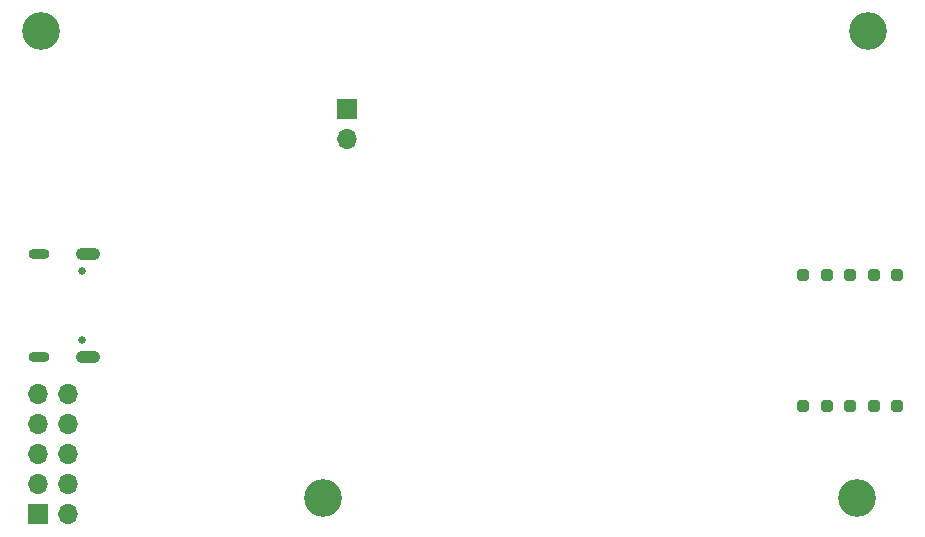
<source format=gbr>
%TF.GenerationSoftware,KiCad,Pcbnew,7.0.2*%
%TF.CreationDate,2023-06-14T22:37:39-04:00*%
%TF.ProjectId,WeatherPill,57656174-6865-4725-9069-6c6c2e6b6963,rev?*%
%TF.SameCoordinates,Original*%
%TF.FileFunction,Soldermask,Bot*%
%TF.FilePolarity,Negative*%
%FSLAX46Y46*%
G04 Gerber Fmt 4.6, Leading zero omitted, Abs format (unit mm)*
G04 Created by KiCad (PCBNEW 7.0.2) date 2023-06-14 22:37:39*
%MOMM*%
%LPD*%
G01*
G04 APERTURE LIST*
G04 Aperture macros list*
%AMRoundRect*
0 Rectangle with rounded corners*
0 $1 Rounding radius*
0 $2 $3 $4 $5 $6 $7 $8 $9 X,Y pos of 4 corners*
0 Add a 4 corners polygon primitive as box body*
4,1,4,$2,$3,$4,$5,$6,$7,$8,$9,$2,$3,0*
0 Add four circle primitives for the rounded corners*
1,1,$1+$1,$2,$3*
1,1,$1+$1,$4,$5*
1,1,$1+$1,$6,$7*
1,1,$1+$1,$8,$9*
0 Add four rect primitives between the rounded corners*
20,1,$1+$1,$2,$3,$4,$5,0*
20,1,$1+$1,$4,$5,$6,$7,0*
20,1,$1+$1,$6,$7,$8,$9,0*
20,1,$1+$1,$8,$9,$2,$3,0*%
G04 Aperture macros list end*
%ADD10O,1.700000X1.700000*%
%ADD11R,1.700000X1.700000*%
%ADD12C,3.200000*%
%ADD13RoundRect,0.250000X-0.250000X-0.250000X0.250000X-0.250000X0.250000X0.250000X-0.250000X0.250000X0*%
%ADD14O,1.800000X0.900000*%
%ADD15O,2.100000X1.050000*%
%ADD16C,0.650000*%
G04 APERTURE END LIST*
D10*
%TO.C,J1*%
X55118000Y-164592000D03*
X52578000Y-164592000D03*
X55118000Y-167132000D03*
X52578000Y-167132000D03*
X55118000Y-169672000D03*
X52578000Y-169672000D03*
X55118000Y-172212000D03*
X52578000Y-172212000D03*
X55118000Y-174752000D03*
D11*
X52578000Y-174752000D03*
%TD*%
D12*
%TO.C,H2*%
X121920000Y-173358000D03*
%TD*%
D11*
%TO.C,J5*%
X78740000Y-140462000D03*
D10*
X78740000Y-143002000D03*
%TD*%
D12*
%TO.C,H4*%
X52832000Y-133858000D03*
%TD*%
%TO.C,H1*%
X76708000Y-173358000D03*
%TD*%
%TO.C,H3*%
X122832000Y-133858000D03*
%TD*%
D13*
%TO.C,L1*%
X117348000Y-165608000D03*
X119348000Y-165608000D03*
X121348000Y-165608000D03*
X123348000Y-165608000D03*
X125348000Y-165608000D03*
X125348000Y-154528000D03*
X123348000Y-154528000D03*
X121348000Y-154528000D03*
X119348000Y-154528000D03*
X117348000Y-154528000D03*
%TD*%
D14*
%TO.C,J3*%
X52654000Y-161407000D03*
X52654000Y-152767000D03*
D15*
X56834000Y-161407000D03*
X56834000Y-152767000D03*
D16*
X56334000Y-159977000D03*
X56334000Y-154197000D03*
%TD*%
M02*

</source>
